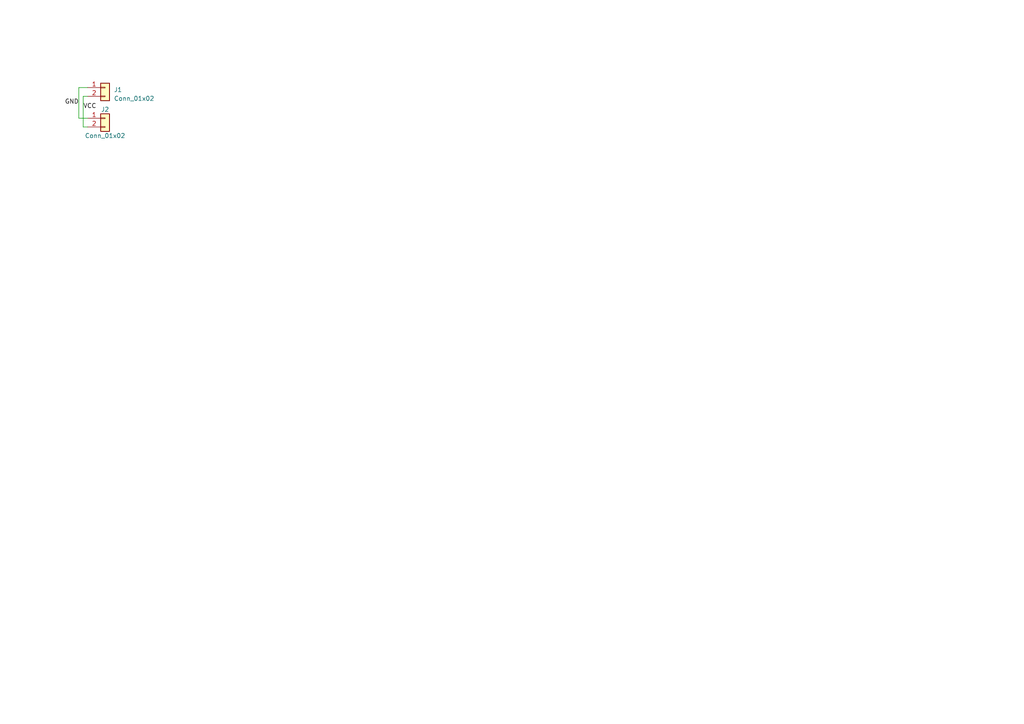
<source format=kicad_sch>
(kicad_sch (version 20230121) (generator eeschema)
  (paper "A4")
  (lib_symbols
    (symbol "Connector_Generic:Conn_01x02" (pin_names (offset 1.016) hide)
      (property "Reference" "J" (at 0 2.54 0))
      (property "Value" "Conn_01x02" (at 0 -5.08 0))
      (symbol "Conn_01x02_1_1"
        (rectangle (start -1.27 -2.413) (end 0 -2.667) (stroke (width 0.1524)))
        (rectangle (start -1.27 0.127) (end 0 -0.127) (stroke (width 0.1524)))
        (rectangle (start -1.27 1.27) (end 1.27 -3.81) (stroke (width 0.254)) (fill (type background)))
        (pin passive line (at -5.08 0 0) (length 3.81) (name "Pin_1") (number "1"))
        (pin passive line (at -5.08 -2.54 0) (length 3.81) (name "Pin_2") (number "2"))
      )
    )
  )
  (wire (pts (xy 24.13 27.94) (xy 24.13 36.83)))
  (wire (pts (xy 25.4 27.94) (xy 24.13 27.94)))
  (wire (pts (xy 22.86 25.4) (xy 22.86 34.29)))
  (wire (pts (xy 25.4 25.4) (xy 22.86 25.4)))
  (wire (pts (xy 24.13 36.83) (xy 25.4 36.83)))
  (wire (pts (xy 22.86 34.29) (xy 25.4 34.29)))
  (label "VCC" (at 24.13 31.75 0))
  (label "GND" (at 22.86 30.48 180))
  (symbol (lib_id "Connector_Generic:Conn_01x02") (at 30.48 25.4 0) (unit 1)
    (property "Reference" "J1" (at 33.02 26.035 0) (effects (justify left)))
    (property "Value" "Conn_01x02" (at 33.02 28.575 0) (effects (justify left)))
    (property "Footprint" "Connector_PinSocket_2.54mm:PinSocket_1x02_P2.54mm_Horizontal" (effects hide))
  )
  (symbol (lib_id "Connector_Generic:Conn_01x02") (at 30.48 34.29 0) (unit 1)
    (property "Reference" "J2" (at 30.48 31.75 0))
    (property "Value" "Conn_01x02" (at 30.48 39.37 0))
    (property "Footprint" "Connector_PinHeader_2.54mm:PinHeader_1x02_P2.54mm_Horizontal" (effects hide))
  )
)
</source>
